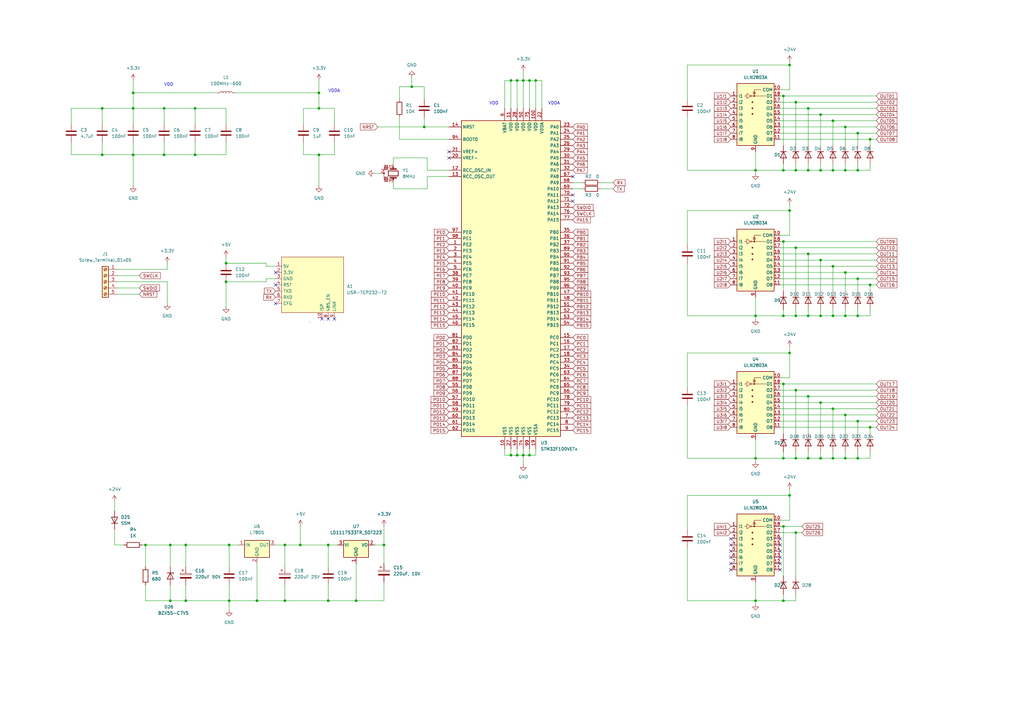
<source format=kicad_sch>
(kicad_sch (version 20211123) (generator eeschema)
  (paper "A3")
  (title_block (title "Принципова схема контролера") (rev "001") (company "Inter-Lis"))
  (junction (at 123.19 223.52))
  (junction (at 67.31 63.5))
  (junction (at 351.79 172.72))
  (junction (at 346.71 129.54))
  (junction (at 309.88 129.54))
  (junction (at 321.31 69.85))
  (junction (at 341.63 49.53))
  (junction (at 54.61 44.45))
  (junction (at 346.71 111.76))
  (junction (at 351.79 129.54))
  (junction (at 92.71 115.57))
  (junction (at 309.88 69.85))
  (junction (at 321.31 157.48))
  (junction (at 331.47 129.54))
  (junction (at 336.55 165.1))
  (junction (at 214.63 186.69))
  (junction (at 59.69 223.52))
  (junction (at 356.87 175.26))
  (junction (at 323.85 86.36))
  (junction (at 351.79 187.96))
  (junction (at 351.79 114.3))
  (junction (at 356.87 57.15))
  (junction (at 326.39 41.91))
  (junction (at 351.79 69.85))
  (junction (at 76.2 223.52))
  (junction (at 351.79 54.61))
  (junction (at 69.85 246.38))
  (junction (at 212.09 33.02))
  (junction (at 134.62 246.38))
  (junction (at 321.31 39.37))
  (junction (at 168.91 35.56))
  (junction (at 336.55 46.99))
  (junction (at 321.31 99.06))
  (junction (at 346.71 52.07))
  (junction (at 336.55 106.68))
  (junction (at 54.61 38.1))
  (junction (at 346.71 187.96))
  (junction (at 209.55 186.69))
  (junction (at 336.55 69.85))
  (junction (at 130.81 44.45))
  (junction (at 214.63 33.02))
  (junction (at 356.87 116.84))
  (junction (at 157.48 223.52))
  (junction (at 130.81 38.1))
  (junction (at 116.84 223.52))
  (junction (at 309.88 246.38))
  (junction (at 80.01 44.45))
  (junction (at 69.85 223.52))
  (junction (at 173.99 52.07))
  (junction (at 116.84 246.38))
  (junction (at 326.39 187.96))
  (junction (at 323.85 203.2))
  (junction (at 331.47 162.56))
  (junction (at 336.55 187.96))
  (junction (at 341.63 109.22))
  (junction (at 217.17 33.02))
  (junction (at 341.63 69.85))
  (junction (at 341.63 187.96))
  (junction (at 331.47 69.85))
  (junction (at 326.39 218.44))
  (junction (at 326.39 69.85))
  (junction (at 336.55 129.54))
  (junction (at 93.98 246.38))
  (junction (at 321.31 187.96))
  (junction (at 323.85 144.78))
  (junction (at 105.41 246.38))
  (junction (at 346.71 170.18))
  (junction (at 134.62 223.52))
  (junction (at 341.63 167.64))
  (junction (at 331.47 187.96))
  (junction (at 321.31 215.9))
  (junction (at 93.98 223.52))
  (junction (at 323.85 26.67))
  (junction (at 219.71 33.02))
  (junction (at 67.31 44.45))
  (junction (at 76.2 246.38))
  (junction (at 212.09 186.69))
  (junction (at 54.61 63.5))
  (junction (at 346.71 69.85))
  (junction (at 326.39 101.6))
  (junction (at 209.55 33.02))
  (junction (at 41.91 44.45))
  (junction (at 130.81 63.5))
  (junction (at 92.71 107.95))
  (junction (at 80.01 63.5))
  (junction (at 331.47 44.45))
  (junction (at 146.05 246.38))
  (junction (at 341.63 129.54))
  (junction (at 326.39 129.54))
  (junction (at 321.31 129.54))
  (junction (at 326.39 160.02))
  (junction (at 321.31 246.38))
  (junction (at 217.17 186.69))
  (junction (at 309.88 187.96))
  (junction (at 41.91 63.5))
  (junction (at 331.47 104.14))
  (no_connect (at 113.03 124.46))
  (no_connect (at 299.72 228.6))
  (no_connect (at 320.04 231.14))
  (no_connect (at 320.04 223.52))
  (no_connect (at 132.08 130.81))
  (no_connect (at 299.72 231.14))
  (no_connect (at 320.04 226.06))
  (no_connect (at 299.72 220.98))
  (no_connect (at 299.72 226.06))
  (no_connect (at 234.95 82.55))
  (no_connect (at 134.62 130.81))
  (no_connect (at 234.95 80.01))
  (no_connect (at 234.95 72.39))
  (no_connect (at 113.03 111.76))
  (no_connect (at 320.04 233.68))
  (no_connect (at 299.72 223.52))
  (no_connect (at 184.15 64.77))
  (no_connect (at 320.04 220.98))
  (no_connect (at 320.04 228.6))
  (no_connect (at 113.03 116.84))
  (no_connect (at 137.16 130.81))
  (no_connect (at 184.15 62.23))
  (no_connect (at 299.72 233.68))
  (wire (pts (xy 92.71 115.57) (xy 92.71 125.73)))
  (wire (pts (xy 323.85 96.52) (xy 323.85 86.36)))
  (wire (pts (xy 356.87 116.84) (xy 356.87 119.38)))
  (wire (pts (xy 48.26 120.65) (xy 57.15 120.65)))
  (wire (pts (xy 222.25 33.02) (xy 222.25 44.45)))
  (wire (pts (xy 123.19 215.9) (xy 123.19 223.52)))
  (wire (pts (xy 281.94 100.33) (xy 281.94 86.36)))
  (wire (pts (xy 217.17 33.02) (xy 219.71 33.02)))
  (wire (pts (xy 341.63 109.22) (xy 320.04 109.22)))
  (wire (pts (xy 54.61 58.42) (xy 54.61 63.5)))
  (wire (pts (xy 54.61 76.2) (xy 54.61 63.5)))
  (wire (pts (xy 92.71 107.95) (xy 109.22 107.95)))
  (wire (pts (xy 359.41 111.76) (xy 346.71 111.76)))
  (wire (pts (xy 124.46 63.5) (xy 130.81 63.5)))
  (wire (pts (xy 331.47 69.85) (xy 331.47 67.31)))
  (wire (pts (xy 157.48 215.9) (xy 157.48 223.52)))
  (wire (pts (xy 346.71 111.76) (xy 346.71 119.38)))
  (wire (pts (xy 29.21 44.45) (xy 41.91 44.45)))
  (wire (pts (xy 281.94 187.96) (xy 281.94 166.37)))
  (wire (pts (xy 214.63 184.15) (xy 214.63 186.69)))
  (wire (pts (xy 207.01 186.69) (xy 209.55 186.69)))
  (wire (pts (xy 359.41 170.18) (xy 346.71 170.18)))
  (wire (pts (xy 207.01 33.02) (xy 209.55 33.02)))
  (wire (pts (xy 356.87 69.85) (xy 351.79 69.85)))
  (wire (pts (xy 331.47 44.45) (xy 320.04 44.45)))
  (wire (pts (xy 238.76 77.47) (xy 234.95 77.47)))
  (wire (pts (xy 157.48 246.38) (xy 146.05 246.38)))
  (wire (pts (xy 212.09 33.02) (xy 212.09 44.45)))
  (wire (pts (xy 67.31 44.45) (xy 80.01 44.45)))
  (wire (pts (xy 321.31 99.06) (xy 321.31 119.38)))
  (wire (pts (xy 309.88 69.85) (xy 321.31 69.85)))
  (wire (pts (xy 163.83 57.15) (xy 163.83 48.26)))
  (wire (pts (xy 356.87 127) (xy 356.87 129.54)))
  (wire (pts (xy 207.01 33.02) (xy 207.01 44.45)))
  (wire (pts (xy 331.47 44.45) (xy 359.41 44.45)))
  (wire (pts (xy 320.04 154.94) (xy 323.85 154.94)))
  (wire (pts (xy 326.39 187.96) (xy 321.31 187.96)))
  (wire (pts (xy 331.47 185.42) (xy 331.47 187.96)))
  (wire (pts (xy 321.31 67.31) (xy 321.31 69.85)))
  (wire (pts (xy 29.21 63.5) (xy 41.91 63.5)))
  (wire (pts (xy 341.63 49.53) (xy 341.63 59.69)))
  (wire (pts (xy 281.94 144.78) (xy 323.85 144.78)))
  (wire (pts (xy 48.26 115.57) (xy 68.58 115.57)))
  (wire (pts (xy 281.94 203.2) (xy 323.85 203.2)))
  (wire (pts (xy 67.31 63.5) (xy 80.01 63.5)))
  (wire (pts (xy 80.01 44.45) (xy 80.01 50.8)))
  (wire (pts (xy 309.88 187.96) (xy 309.88 189.23)))
  (wire (pts (xy 48.26 113.03) (xy 57.15 113.03)))
  (wire (pts (xy 175.26 72.39) (xy 184.15 72.39)))
  (wire (pts (xy 321.31 39.37) (xy 320.04 39.37)))
  (wire (pts (xy 326.39 160.02) (xy 326.39 177.8)))
  (wire (pts (xy 41.91 44.45) (xy 54.61 44.45)))
  (wire (pts (xy 168.91 35.56) (xy 173.99 35.56)))
  (wire (pts (xy 116.84 246.38) (xy 105.41 246.38)))
  (wire (pts (xy 320.04 52.07) (xy 346.71 52.07)))
  (wire (pts (xy 109.22 107.95) (xy 109.22 109.22)))
  (wire (pts (xy 281.94 86.36) (xy 323.85 86.36)))
  (wire (pts (xy 68.58 110.49) (xy 68.58 107.95)))
  (wire (pts (xy 309.88 180.34) (xy 309.88 187.96)))
  (wire (pts (xy 328.93 215.9) (xy 321.31 215.9)))
  (wire (pts (xy 359.41 165.1) (xy 336.55 165.1)))
  (wire (pts (xy 41.91 63.5) (xy 54.61 63.5)))
  (wire (pts (xy 184.15 69.85) (xy 175.26 69.85)))
  (wire (pts (xy 351.79 172.72) (xy 351.79 177.8)))
  (wire (pts (xy 76.2 240.03) (xy 76.2 246.38)))
  (wire (pts (xy 163.83 40.64) (xy 163.83 35.56)))
  (wire (pts (xy 331.47 44.45) (xy 331.47 59.69)))
  (wire (pts (xy 336.55 165.1) (xy 320.04 165.1)))
  (wire (pts (xy 309.88 129.54) (xy 321.31 129.54)))
  (wire (pts (xy 309.88 62.23) (xy 309.88 69.85)))
  (wire (pts (xy 320.04 36.83) (xy 323.85 36.83)))
  (wire (pts (xy 359.41 99.06) (xy 321.31 99.06)))
  (wire (pts (xy 356.87 175.26) (xy 356.87 177.8)))
  (wire (pts (xy 209.55 186.69) (xy 212.09 186.69)))
  (wire (pts (xy 251.46 77.47) (xy 246.38 77.47)))
  (wire (pts (xy 146.05 231.14) (xy 146.05 246.38)))
  (wire (pts (xy 175.26 64.77) (xy 161.29 64.77)))
  (wire (pts (xy 336.55 185.42) (xy 336.55 187.96)))
  (wire (pts (xy 341.63 67.31) (xy 341.63 69.85)))
  (wire (pts (xy 323.85 144.78) (xy 323.85 142.24)))
  (wire (pts (xy 134.62 223.52) (xy 138.43 223.52)))
  (wire (pts (xy 356.87 187.96) (xy 351.79 187.96)))
  (wire (pts (xy 331.47 104.14) (xy 331.47 119.38)))
  (wire (pts (xy 323.85 203.2) (xy 323.85 200.66)))
  (wire (pts (xy 326.39 67.31) (xy 326.39 69.85)))
  (wire (pts (xy 76.2 223.52) (xy 93.98 223.52)))
  (wire (pts (xy 328.93 218.44) (xy 326.39 218.44)))
  (wire (pts (xy 359.41 162.56) (xy 331.47 162.56)))
  (wire (pts (xy 359.41 104.14) (xy 331.47 104.14)))
  (wire (pts (xy 331.47 187.96) (xy 326.39 187.96)))
  (wire (pts (xy 130.81 38.1) (xy 130.81 44.45)))
  (wire (pts (xy 359.41 157.48) (xy 321.31 157.48)))
  (wire (pts (xy 58.42 223.52) (xy 59.69 223.52)))
  (wire (pts (xy 69.85 240.03) (xy 69.85 246.38)))
  (wire (pts (xy 146.05 246.38) (xy 134.62 246.38)))
  (wire (pts (xy 137.16 63.5) (xy 137.16 58.42)))
  (wire (pts (xy 321.31 157.48) (xy 320.04 157.48)))
  (wire (pts (xy 105.41 246.38) (xy 93.98 246.38)))
  (wire (pts (xy 130.81 44.45) (xy 137.16 44.45)))
  (wire (pts (xy 321.31 39.37) (xy 359.41 39.37)))
  (wire (pts (xy 309.88 187.96) (xy 321.31 187.96)))
  (wire (pts (xy 93.98 246.38) (xy 76.2 246.38)))
  (wire (pts (xy 281.94 26.67) (xy 323.85 26.67)))
  (wire (pts (xy 359.41 167.64) (xy 341.63 167.64)))
  (wire (pts (xy 326.39 218.44) (xy 326.39 236.22)))
  (wire (pts (xy 69.85 223.52) (xy 69.85 232.41)))
  (wire (pts (xy 153.67 71.12) (xy 156.21 71.12)))
  (wire (pts (xy 173.99 35.56) (xy 173.99 40.64)))
  (wire (pts (xy 309.88 69.85) (xy 309.88 71.12)))
  (wire (pts (xy 59.69 246.38) (xy 59.69 240.03)))
  (wire (pts (xy 238.76 74.93) (xy 234.95 74.93)))
  (wire (pts (xy 336.55 46.99) (xy 359.41 46.99)))
  (wire (pts (xy 341.63 109.22) (xy 341.63 119.38)))
  (wire (pts (xy 346.71 67.31) (xy 346.71 69.85)))
  (wire (pts (xy 281.94 69.85) (xy 281.94 48.26)))
  (wire (pts (xy 326.39 218.44) (xy 320.04 218.44)))
  (wire (pts (xy 80.01 63.5) (xy 80.01 58.42)))
  (wire (pts (xy 321.31 99.06) (xy 320.04 99.06)))
  (wire (pts (xy 336.55 106.68) (xy 336.55 119.38)))
  (wire (pts (xy 67.31 44.45) (xy 67.31 50.8)))
  (wire (pts (xy 341.63 167.64) (xy 341.63 177.8)))
  (wire (pts (xy 184.15 52.07) (xy 173.99 52.07)))
  (wire (pts (xy 346.71 129.54) (xy 341.63 129.54)))
  (wire (pts (xy 336.55 46.99) (xy 336.55 59.69)))
  (wire (pts (xy 109.22 109.22) (xy 113.03 109.22)))
  (wire (pts (xy 212.09 184.15) (xy 212.09 186.69)))
  (wire (pts (xy 173.99 52.07) (xy 173.99 48.26)))
  (wire (pts (xy 359.41 172.72) (xy 351.79 172.72)))
  (wire (pts (xy 54.61 38.1) (xy 88.9 38.1)))
  (wire (pts (xy 281.94 246.38) (xy 281.94 224.79)))
  (wire (pts (xy 331.47 162.56) (xy 331.47 177.8)))
  (wire (pts (xy 326.39 101.6) (xy 320.04 101.6)))
  (wire (pts (xy 346.71 185.42) (xy 346.71 187.96)))
  (wire (pts (xy 336.55 165.1) (xy 336.55 177.8)))
  (wire (pts (xy 326.39 41.91) (xy 326.39 59.69)))
  (wire (pts (xy 346.71 170.18) (xy 320.04 170.18)))
  (wire (pts (xy 59.69 223.52) (xy 59.69 232.41)))
  (wire (pts (xy 321.31 39.37) (xy 321.31 59.69)))
  (wire (pts (xy 326.39 69.85) (xy 321.31 69.85)))
  (wire (pts (xy 336.55 46.99) (xy 320.04 46.99)))
  (wire (pts (xy 309.88 129.54) (xy 281.94 129.54)))
  (wire (pts (xy 67.31 58.42) (xy 67.31 63.5)))
  (wire (pts (xy 93.98 223.52) (xy 93.98 232.41)))
  (wire (pts (xy 54.61 38.1) (xy 54.61 44.45)))
  (wire (pts (xy 209.55 33.02) (xy 209.55 44.45)))
  (wire (pts (xy 359.41 116.84) (xy 356.87 116.84)))
  (wire (pts (xy 341.63 185.42) (xy 341.63 187.96)))
  (wire (pts (xy 336.55 69.85) (xy 331.47 69.85)))
  (wire (pts (xy 346.71 69.85) (xy 341.63 69.85)))
  (wire (pts (xy 326.39 243.84) (xy 326.39 246.38)))
  (wire (pts (xy 116.84 223.52) (xy 116.84 232.41)))
  (wire (pts (xy 351.79 67.31) (xy 351.79 69.85)))
  (wire (pts (xy 346.71 111.76) (xy 320.04 111.76)))
  (wire (pts (xy 48.26 118.11) (xy 57.15 118.11)))
  (wire (pts (xy 326.39 129.54) (xy 321.31 129.54)))
  (wire (pts (xy 336.55 187.96) (xy 331.47 187.96)))
  (wire (pts (xy 351.79 114.3) (xy 320.04 114.3)))
  (wire (pts (xy 68.58 115.57) (xy 68.58 124.46)))
  (wire (pts (xy 281.94 107.95) (xy 281.94 129.54)))
  (wire (pts (xy 346.71 52.07) (xy 346.71 59.69)))
  (wire (pts (xy 46.99 205.74) (xy 46.99 209.55)))
  (wire (pts (xy 341.63 187.96) (xy 336.55 187.96)))
  (wire (pts (xy 323.85 86.36) (xy 323.85 83.82)))
  (wire (pts (xy 212.09 186.69) (xy 214.63 186.69)))
  (wire (pts (xy 331.47 127) (xy 331.47 129.54)))
  (wire (pts (xy 336.55 129.54) (xy 331.47 129.54)))
  (wire (pts (xy 92.71 105.41) (xy 92.71 107.95)))
  (wire (pts (xy 219.71 186.69) (xy 219.71 184.15)))
  (wire (pts (xy 309.88 129.54) (xy 309.88 130.81)))
  (wire (pts (xy 359.41 109.22) (xy 341.63 109.22)))
  (wire (pts (xy 346.71 170.18) (xy 346.71 177.8)))
  (wire (pts (xy 351.79 114.3) (xy 351.79 119.38)))
  (wire (pts (xy 41.91 58.42) (xy 41.91 63.5)))
  (wire (pts (xy 116.84 240.03) (xy 116.84 246.38)))
  (wire (pts (xy 281.94 217.17) (xy 281.94 203.2)))
  (wire (pts (xy 309.88 246.38) (xy 309.88 247.65)))
  (wire (pts (xy 109.22 115.57) (xy 92.71 115.57)))
  (wire (pts (xy 321.31 185.42) (xy 321.31 187.96)))
  (wire (pts (xy 175.26 77.47) (xy 175.26 72.39)))
  (wire (pts (xy 54.61 63.5) (xy 67.31 63.5)))
  (wire (pts (xy 130.81 63.5) (xy 137.16 63.5)))
  (wire (pts (xy 161.29 77.47) (xy 175.26 77.47)))
  (wire (pts (xy 351.79 187.96) (xy 346.71 187.96)))
  (wire (pts (xy 346.71 127) (xy 346.71 129.54)))
  (wire (pts (xy 331.47 162.56) (xy 320.04 162.56)))
  (wire (pts (xy 161.29 64.77) (xy 161.29 67.31)))
  (wire (pts (xy 281.94 158.75) (xy 281.94 144.78)))
  (wire (pts (xy 105.41 231.14) (xy 105.41 246.38)))
  (wire (pts (xy 341.63 127) (xy 341.63 129.54)))
  (wire (pts (xy 346.71 52.07) (xy 359.41 52.07)))
  (wire (pts (xy 356.87 57.15) (xy 359.41 57.15)))
  (wire (pts (xy 359.41 106.68) (xy 336.55 106.68)))
  (wire (pts (xy 207.01 184.15) (xy 207.01 186.69)))
  (wire (pts (xy 113.03 114.3) (xy 109.22 114.3)))
  (wire (pts (xy 48.26 110.49) (xy 68.58 110.49)))
  (wire (pts (xy 130.81 63.5) (xy 130.81 76.2)))
  (wire (pts (xy 46.99 217.17) (xy 46.99 223.52)))
  (wire (pts (xy 76.2 246.38) (xy 69.85 246.38)))
  (wire (pts (xy 219.71 33.02) (xy 219.71 44.45)))
  (wire (pts (xy 351.79 54.61) (xy 351.79 59.69)))
  (wire (pts (xy 321.31 215.9) (xy 320.04 215.9)))
  (wire (pts (xy 326.39 185.42) (xy 326.39 187.96)))
  (wire (pts (xy 359.41 114.3) (xy 351.79 114.3)))
  (wire (pts (xy 124.46 58.42) (xy 124.46 63.5)))
  (wire (pts (xy 309.88 238.76) (xy 309.88 246.38)))
  (wire (pts (xy 209.55 184.15) (xy 209.55 186.69)))
  (wire (pts (xy 321.31 127) (xy 321.31 129.54)))
  (wire (pts (xy 351.79 172.72) (xy 320.04 172.72)))
  (wire (pts (xy 124.46 44.45) (xy 130.81 44.45)))
  (wire (pts (xy 326.39 246.38) (xy 321.31 246.38)))
  (wire (pts (xy 320.04 96.52) (xy 323.85 96.52)))
  (wire (pts (xy 326.39 69.85) (xy 331.47 69.85)))
  (wire (pts (xy 46.99 223.52) (xy 50.8 223.52)))
  (wire (pts (xy 93.98 246.38) (xy 93.98 250.19)))
  (wire (pts (xy 359.41 101.6) (xy 326.39 101.6)))
  (wire (pts (xy 341.63 49.53) (xy 359.41 49.53)))
  (wire (pts (xy 341.63 167.64) (xy 320.04 167.64)))
  (wire (pts (xy 336.55 106.68) (xy 320.04 106.68)))
  (wire (pts (xy 326.39 41.91) (xy 359.41 41.91)))
  (wire (pts (xy 217.17 186.69) (xy 219.71 186.69)))
  (wire (pts (xy 184.15 57.15) (xy 163.83 57.15)))
  (wire (pts (xy 134.62 240.03) (xy 134.62 246.38)))
  (wire (pts (xy 356.87 67.31) (xy 356.87 69.85)))
  (wire (pts (xy 331.47 129.54) (xy 326.39 129.54)))
  (wire (pts (xy 356.87 57.15) (xy 356.87 59.69)))
  (wire (pts (xy 175.26 69.85) (xy 175.26 64.77)))
  (wire (pts (xy 321.31 246.38) (xy 321.31 243.84)))
  (wire (pts (xy 326.39 41.91) (xy 320.04 41.91)))
  (wire (pts (xy 76.2 223.52) (xy 76.2 232.41)))
  (wire (pts (xy 326.39 127) (xy 326.39 129.54)))
  (wire (pts (xy 137.16 44.45) (xy 137.16 50.8)))
  (wire (pts (xy 309.88 246.38) (xy 281.94 246.38)))
  (wire (pts (xy 214.63 186.69) (xy 214.63 190.5)))
  (wire (pts (xy 154.94 52.07) (xy 173.99 52.07)))
  (wire (pts (xy 320.04 213.36) (xy 323.85 213.36)))
  (wire (pts (xy 351.79 54.61) (xy 359.41 54.61)))
  (wire (pts (xy 157.48 238.76) (xy 157.48 246.38)))
  (wire (pts (xy 351.79 185.42) (xy 351.79 187.96)))
  (wire (pts (xy 161.29 74.93) (xy 161.29 77.47)))
  (wire (pts (xy 134.62 223.52) (xy 134.62 232.41)))
  (wire (pts (xy 320.04 49.53) (xy 341.63 49.53)))
  (wire (pts (xy 96.52 38.1) (xy 130.81 38.1)))
  (wire (pts (xy 29.21 58.42) (xy 29.21 63.5)))
  (wire (pts (xy 29.21 50.8) (xy 29.21 44.45)))
  (wire (pts (xy 356.87 129.54) (xy 351.79 129.54)))
  (wire (pts (xy 323.85 36.83) (xy 323.85 26.67)))
  (wire (pts (xy 356.87 116.84) (xy 320.04 116.84)))
  (wire (pts (xy 351.79 127) (xy 351.79 129.54)))
  (wire (pts (xy 93.98 240.03) (xy 93.98 246.38)))
  (wire (pts (xy 92.71 58.42) (xy 92.71 63.5)))
  (wire (pts (xy 92.71 50.8) (xy 92.71 44.45)))
  (wire (pts (xy 92.71 63.5) (xy 80.01 63.5)))
  (wire (pts (xy 116.84 223.52) (xy 123.19 223.52)))
  (wire (pts (xy 309.88 69.85) (xy 281.94 69.85)))
  (wire (pts (xy 113.03 223.52) (xy 116.84 223.52)))
  (wire (pts (xy 168.91 31.75) (xy 168.91 35.56)))
  (wire (pts (xy 336.55 127) (xy 336.55 129.54)))
  (wire (pts (xy 214.63 186.69) (xy 217.17 186.69)))
  (wire (pts (xy 356.87 185.42) (xy 356.87 187.96)))
  (wire (pts (xy 54.61 44.45) (xy 54.61 50.8)))
  (wire (pts (xy 320.04 57.15) (xy 356.87 57.15)))
  (wire (pts (xy 163.83 35.56) (xy 168.91 35.56)))
  (wire (pts (xy 281.94 40.64) (xy 281.94 26.67)))
  (wire (pts (xy 157.48 223.52) (xy 157.48 231.14)))
  (wire (pts (xy 134.62 246.38) (xy 116.84 246.38)))
  (wire (pts (xy 109.22 114.3) (xy 109.22 115.57)))
  (wire (pts (xy 351.79 129.54) (xy 346.71 129.54)))
  (wire (pts (xy 54.61 44.45) (xy 67.31 44.45)))
  (wire (pts (xy 209.55 33.02) (xy 212.09 33.02)))
  (wire (pts (xy 346.71 187.96) (xy 341.63 187.96)))
  (wire (pts (xy 323.85 154.94) (xy 323.85 144.78)))
  (wire (pts (xy 326.39 160.02) (xy 320.04 160.02)))
  (wire (pts (xy 321.31 215.9) (xy 321.31 236.22)))
  (wire (pts (xy 356.87 175.26) (xy 320.04 175.26)))
  (wire (pts (xy 130.81 33.02) (xy 130.81 38.1)))
  (wire (pts (xy 214.63 29.21) (xy 214.63 33.02)))
  (wire (pts (xy 359.41 160.02) (xy 326.39 160.02)))
  (wire (pts (xy 323.85 213.36) (xy 323.85 203.2)))
  (wire (pts (xy 217.17 33.02) (xy 217.17 44.45)))
  (wire (pts (xy 336.55 67.31) (xy 336.55 69.85)))
  (wire (pts (xy 212.09 33.02) (xy 214.63 33.02)))
  (wire (pts (xy 320.04 54.61) (xy 351.79 54.61)))
  (wire (pts (xy 123.19 223.52) (xy 134.62 223.52)))
  (wire (pts (xy 59.69 223.52) (xy 69.85 223.52)))
  (wire (pts (xy 309.88 246.38) (xy 321.31 246.38)))
  (wire (pts (xy 217.17 184.15) (xy 217.17 186.69)))
  (wire (pts (xy 351.79 69.85) (xy 346.71 69.85)))
  (wire (pts (xy 214.63 33.02) (xy 217.17 33.02)))
  (wire (pts (xy 309.88 121.92) (xy 309.88 129.54)))
  (wire (pts (xy 69.85 223.52) (xy 76.2 223.52)))
  (wire (pts (xy 54.61 33.02) (xy 54.61 38.1)))
  (wire (pts (xy 359.41 175.26) (xy 356.87 175.26)))
  (wire (pts (xy 214.63 33.02) (xy 214.63 44.45)))
  (wire (pts (xy 69.85 246.38) (xy 59.69 246.38)))
  (wire (pts (xy 41.91 44.45) (xy 41.91 50.8)))
  (wire (pts (xy 321.31 157.48) (xy 321.31 177.8)))
  (wire (pts (xy 222.25 33.02) (xy 219.71 33.02)))
  (wire (pts (xy 309.88 187.96) (xy 281.94 187.96)))
  (wire (pts (xy 331.47 104.14) (xy 320.04 104.14)))
  (wire (pts (xy 93.98 223.52) (xy 97.79 223.52)))
  (wire (pts (xy 326.39 101.6) (xy 326.39 119.38)))
  (wire (pts (xy 251.46 74.93) (xy 246.38 74.93)))
  (wire (pts (xy 124.46 50.8) (xy 124.46 44.45)))
  (wire (pts (xy 153.67 223.52) (xy 157.48 223.52)))
  (wire (pts (xy 92.71 44.45) (xy 80.01 44.45)))
  (wire (pts (xy 341.63 69.85) (xy 336.55 69.85)))
  (wire (pts (xy 341.63 129.54) (xy 336.55 129.54)))
  (wire (pts (xy 323.85 25.4) (xy 323.85 26.67)))
  (text "VDD" (at 200.66 43.18 0) (effects (font (size 1.27 1.27)) (justify left bottom)))
  (text "VDDA" (at 134.62 38.1 0) (effects (font (size 1.27 1.27)) (justify left bottom)))
  (text "VDD" (at 67.31 35.56 0) (effects (font (size 1.27 1.27)) (justify left bottom)))
  (text "VDDA" (at 224.79 43.18 0) (effects (font (size 1.27 1.27)) (justify left bottom)))
  (global_label "U2I8" (shape input) (at 299.72 116.84 180) (property "Intersheet References" "${INTERSHEET_REFS}" (effects hide)))
  (global_label "PB13" (shape input) (at 234.95 128.27 0) (property "Intersheet References" "${INTERSHEET_REFS}" (effects hide)))
  (global_label "RX" (shape input) (at 251.46 74.93 0) (property "Intersheet References" "${INTERSHEET_REFS}" (effects hide)))
  (global_label "PB8" (shape input) (at 234.95 115.57 0) (property "Intersheet References" "${INTERSHEET_REFS}" (effects hide)))
  (global_label "PB0" (shape input) (at 234.95 95.25 0) (property "Intersheet References" "${INTERSHEET_REFS}" (effects hide)))
  (global_label "U1I2" (shape input) (at 299.72 41.91 180) (property "Intersheet References" "${INTERSHEET_REFS}" (effects hide)))
  (global_label "PE13" (shape input) (at 184.15 128.27 180) (property "Intersheet References" "${INTERSHEET_REFS}" (effects hide)))
  (global_label "PA15" (shape input) (at 234.95 90.17 0) (property "Intersheet References" "${INTERSHEET_REFS}" (effects hide)))
  (global_label "NRST" (shape input) (at 154.94 52.07 180) (property "Intersheet References" "${INTERSHEET_REFS}" (effects hide)))
  (global_label "OUT17" (shape input) (at 359.41 157.48 0) (property "Intersheet References" "${INTERSHEET_REFS}" (effects hide)))
  (global_label "PC12" (shape input) (at 234.95 168.91 0) (property "Intersheet References" "${INTERSHEET_REFS}" (effects hide)))
  (global_label "PD13" (shape input) (at 184.15 171.45 180) (property "Intersheet References" "${INTERSHEET_REFS}" (effects hide)))
  (global_label "SWDIO" (shape input) (at 234.95 85.09 0) (property "Intersheet References" "${INTERSHEET_REFS}" (effects hide)))
  (global_label "PE9" (shape input) (at 184.15 118.11 180) (property "Intersheet References" "${INTERSHEET_REFS}" (effects hide)))
  (global_label "PB10" (shape input) (at 234.95 120.65 0) (property "Intersheet References" "${INTERSHEET_REFS}" (effects hide)))
  (global_label "PC4" (shape input) (at 234.95 148.59 0) (property "Intersheet References" "${INTERSHEET_REFS}" (effects hide)))
  (global_label "OUT18" (shape input) (at 359.41 160.02 0) (property "Intersheet References" "${INTERSHEET_REFS}" (effects hide)))
  (global_label "PE5" (shape input) (at 184.15 107.95 180) (property "Intersheet References" "${INTERSHEET_REFS}" (effects hide)))
  (global_label "SWCLK" (shape input) (at 234.95 87.63 0) (property "Intersheet References" "${INTERSHEET_REFS}" (effects hide)))
  (global_label "PC0" (shape input) (at 234.95 138.43 0) (property "Intersheet References" "${INTERSHEET_REFS}" (effects hide)))
  (global_label "OUT20" (shape input) (at 359.41 165.1 0) (property "Intersheet References" "${INTERSHEET_REFS}" (effects hide)))
  (global_label "U1I7" (shape input) (at 299.72 54.61 180) (property "Intersheet References" "${INTERSHEET_REFS}" (effects hide)))
  (global_label "PB11" (shape input) (at 234.95 123.19 0) (property "Intersheet References" "${INTERSHEET_REFS}" (effects hide)))
  (global_label "PB3" (shape input) (at 234.95 102.87 0) (property "Intersheet References" "${INTERSHEET_REFS}" (effects hide)))
  (global_label "U3I3" (shape input) (at 299.72 162.56 180) (property "Intersheet References" "${INTERSHEET_REFS}" (effects hide)))
  (global_label "PD8" (shape input) (at 184.15 158.75 180) (property "Intersheet References" "${INTERSHEET_REFS}" (effects hide)))
  (global_label "TX" (shape input) (at 113.03 119.38 180) (property "Intersheet References" "${INTERSHEET_REFS}" (effects hide)))
  (global_label "PC13" (shape input) (at 234.95 171.45 0) (property "Intersheet References" "${INTERSHEET_REFS}" (effects hide)))
  (global_label "U2I7" (shape input) (at 299.72 114.3 180) (property "Intersheet References" "${INTERSHEET_REFS}" (effects hide)))
  (global_label "TX" (shape input) (at 251.46 77.47 0) (property "Intersheet References" "${INTERSHEET_REFS}" (effects hide)))
  (global_label "SWCLK" (shape input) (at 57.15 113.03 0) (property "Intersheet References" "${INTERSHEET_REFS}" (effects hide)))
  (global_label "PD6" (shape input) (at 184.15 153.67 180) (property "Intersheet References" "${INTERSHEET_REFS}" (effects hide)))
  (global_label "PC14" (shape input) (at 234.95 173.99 0) (property "Intersheet References" "${INTERSHEET_REFS}" (effects hide)))
  (global_label "OUT07" (shape input) (at 359.41 54.61 0) (property "Intersheet References" "${INTERSHEET_REFS}" (effects hide)))
  (global_label "OUT19" (shape input) (at 359.41 162.56 0) (property "Intersheet References" "${INTERSHEET_REFS}" (effects hide)))
  (global_label "U4I1" (shape input) (at 299.72 215.9 180) (property "Intersheet References" "${INTERSHEET_REFS}" (effects hide)))
  (global_label "OUT12" (shape input) (at 359.41 106.68 0) (property "Intersheet References" "${INTERSHEET_REFS}" (effects hide)))
  (global_label "U1I5" (shape input) (at 299.72 49.53 180) (property "Intersheet References" "${INTERSHEET_REFS}" (effects hide)))
  (global_label "U2I5" (shape input) (at 299.72 109.22 180) (property "Intersheet References" "${INTERSHEET_REFS}" (effects hide)))
  (global_label "PC11" (shape input) (at 234.95 166.37 0) (property "Intersheet References" "${INTERSHEET_REFS}" (effects hide)))
  (global_label "PD12" (shape input) (at 184.15 168.91 180) (property "Intersheet References" "${INTERSHEET_REFS}" (effects hide)))
  (global_label "PD11" (shape input) (at 184.15 166.37 180) (property "Intersheet References" "${INTERSHEET_REFS}" (effects hide)))
  (global_label "OUT04" (shape input) (at 359.41 46.99 0) (property "Intersheet References" "${INTERSHEET_REFS}" (effects hide)))
  (global_label "PD14" (shape input) (at 184.15 173.99 180) (property "Intersheet References" "${INTERSHEET_REFS}" (effects hide)))
  (global_label "PB4" (shape input) (at 234.95 105.41 0) (property "Intersheet References" "${INTERSHEET_REFS}" (effects hide)))
  (global_label "OUT03" (shape input) (at 359.41 44.45 0) (property "Intersheet References" "${INTERSHEET_REFS}" (effects hide)))
  (global_label "PD10" (shape input) (at 184.15 163.83 180) (property "Intersheet References" "${INTERSHEET_REFS}" (effects hide)))
  (global_label "OUT14" (shape input) (at 359.41 111.76 0) (property "Intersheet References" "${INTERSHEET_REFS}" (effects hide)))
  (global_label "U3I4" (shape input) (at 299.72 165.1 180) (property "Intersheet References" "${INTERSHEET_REFS}" (effects hide)))
  (global_label "PD0" (shape input) (at 184.15 138.43 180) (property "Intersheet References" "${INTERSHEET_REFS}" (effects hide)))
  (global_label "OUT11" (shape input) (at 359.41 104.14 0) (property "Intersheet References" "${INTERSHEET_REFS}" (effects hide)))
  (global_label "PB7" (shape input) (at 234.95 113.03 0) (property "Intersheet References" "${INTERSHEET_REFS}" (effects hide)))
  (global_label "PA4" (shape input) (at 234.95 62.23 0) (property "Intersheet References" "${INTERSHEET_REFS}" (effects hide)))
  (global_label "SWDIO" (shape input) (at 57.15 118.11 0) (property "Intersheet References" "${INTERSHEET_REFS}" (effects hide)))
  (global_label "NRST" (shape input) (at 57.15 120.65 0) (property "Intersheet References" "${INTERSHEET_REFS}" (effects hide)))
  (global_label "OUT05" (shape input) (at 359.41 49.53 0) (property "Intersheet References" "${INTERSHEET_REFS}" (effects hide)))
  (global_label "PB14" (shape input) (at 234.95 130.81 0) (property "Intersheet References" "${INTERSHEET_REFS}" (effects hide)))
  (global_label "PA0" (shape input) (at 234.95 52.07 0) (property "Intersheet References" "${INTERSHEET_REFS}" (effects hide)))
  (global_label "U3I1" (shape input) (at 299.72 157.48 180) (property "Intersheet References" "${INTERSHEET_REFS}" (effects hide)))
  (global_label "PB9" (shape input) (at 234.95 118.11 0) (property "Intersheet References" "${INTERSHEET_REFS}" (effects hide)))
  (global_label "OUT13" (shape input) (at 359.41 109.22 0) (property "Intersheet References" "${INTERSHEET_REFS}" (effects hide)))
  (global_label "U2I1" (shape input) (at 299.72 99.06 180) (property "Intersheet References" "${INTERSHEET_REFS}" (effects hide)))
  (global_label "U3I8" (shape input) (at 299.72 175.26 180) (property "Intersheet References" "${INTERSHEET_REFS}" (effects hide)))
  (global_label "PE3" (shape input) (at 184.15 102.87 180) (property "Intersheet References" "${INTERSHEET_REFS}" (effects hide)))
  (global_label "PD1" (shape input) (at 184.15 140.97 180) (property "Intersheet References" "${INTERSHEET_REFS}" (effects hide)))
  (global_label "OUT06" (shape input) (at 359.41 52.07 0) (property "Intersheet References" "${INTERSHEET_REFS}" (effects hide)))
  (global_label "PC6" (shape input) (at 234.95 153.67 0) (property "Intersheet References" "${INTERSHEET_REFS}" (effects hide)))
  (global_label "PB1" (shape input) (at 234.95 97.79 0) (property "Intersheet References" "${INTERSHEET_REFS}" (effects hide)))
  (global_label "U1I6" (shape input) (at 299.72 52.07 180) (property "Intersheet References" "${INTERSHEET_REFS}" (effects hide)))
  (global_label "PC15" (shape input) (at 234.95 176.53 0) (property "Intersheet References" "${INTERSHEET_REFS}" (effects hide)))
  (global_label "PD9" (shape input) (at 184.15 161.29 180) (property "Intersheet References" "${INTERSHEET_REFS}" (effects hide)))
  (global_label "PC1" (shape input) (at 234.95 140.97 0) (property "Intersheet References" "${INTERSHEET_REFS}" (effects hide)))
  (global_label "PE11" (shape input) (at 184.15 123.19 180) (property "Intersheet References" "${INTERSHEET_REFS}" (effects hide)))
  (global_label "PE2" (shape input) (at 184.15 100.33 180) (property "Intersheet References" "${INTERSHEET_REFS}" (effects hide)))
  (global_label "PD15" (shape input) (at 184.15 176.53 180) (property "Intersheet References" "${INTERSHEET_REFS}" (effects hide)))
  (global_label "OUT23" (shape input) (at 359.41 172.72 0) (property "Intersheet References" "${INTERSHEET_REFS}" (effects hide)))
  (global_label "OUT01" (shape input) (at 359.41 39.37 0) (property "Intersheet References" "${INTERSHEET_REFS}" (effects hide)))
  (global_label "U3I2" (shape input) (at 299.72 160.02 180) (property "Intersheet References" "${INTERSHEET_REFS}" (effects hide)))
  (global_label "PB12" (shape input) (at 234.95 125.73 0) (property "Intersheet References" "${INTERSHEET_REFS}" (effects hide)))
  (global_label "U1I1" (shape input) (at 299.72 39.37 180) (property "Intersheet References" "${INTERSHEET_REFS}" (effects hide)))
  (global_label "PB15" (shape input) (at 234.95 133.35 0) (property "Intersheet References" "${INTERSHEET_REFS}" (effects hide)))
  (global_label "U1I4" (shape input) (at 299.72 46.99 180) (property "Intersheet References" "${INTERSHEET_REFS}" (effects hide)))
  (global_label "PB5" (shape input) (at 234.95 107.95 0) (property "Intersheet References" "${INTERSHEET_REFS}" (effects hide)))
  (global_label "U3I5" (shape input) (at 299.72 167.64 180) (property "Intersheet References" "${INTERSHEET_REFS}" (effects hide)))
  (global_label "U1I3" (shape input) (at 299.72 44.45 180) (property "Intersheet References" "${INTERSHEET_REFS}" (effects hide)))
  (global_label "OUT24" (shape input) (at 359.41 175.26 0) (property "Intersheet References" "${INTERSHEET_REFS}" (effects hide)))
  (global_label "PD7" (shape input) (at 184.15 156.21 180) (property "Intersheet References" "${INTERSHEET_REFS}" (effects hide)))
  (global_label "RX" (shape input) (at 113.03 121.92 180) (property "Intersheet References" "${INTERSHEET_REFS}" (effects hide)))
  (global_label "U2I2" (shape input) (at 299.72 101.6 180) (property "Intersheet References" "${INTERSHEET_REFS}" (effects hide)))
  (global_label "OUT16" (shape input) (at 359.41 116.84 0) (property "Intersheet References" "${INTERSHEET_REFS}" (effects hide)))
  (global_label "PD3" (shape input) (at 184.15 146.05 180) (property "Intersheet References" "${INTERSHEET_REFS}" (effects hide)))
  (global_label "U2I6" (shape input) (at 299.72 111.76 180) (property "Intersheet References" "${INTERSHEET_REFS}" (effects hide)))
  (global_label "OUT02" (shape input) (at 359.41 41.91 0) (property "Intersheet References" "${INTERSHEET_REFS}" (effects hide)))
  (global_label "PE14" (shape input) (at 184.15 130.81 180) (property "Intersheet References" "${INTERSHEET_REFS}" (effects hide)))
  (global_label "PE8" (shape input) (at 184.15 115.57 180) (property "Intersheet References" "${INTERSHEET_REFS}" (effects hide)))
  (global_label "OUT26" (shape input) (at 328.93 218.44 0) (property "Intersheet References" "${INTERSHEET_REFS}" (effects hide)))
  (global_label "PA3" (shape input) (at 234.95 59.69 0) (property "Intersheet References" "${INTERSHEET_REFS}" (effects hide)))
  (global_label "PA6" (shape input) (at 234.95 67.31 0) (property "Intersheet References" "${INTERSHEET_REFS}" (effects hide)))
  (global_label "PE10" (shape input) (at 184.15 120.65 180) (property "Intersheet References" "${INTERSHEET_REFS}" (effects hide)))
  (global_label "U4I2" (shape input) (at 299.72 218.44 180) (property "Intersheet References" "${INTERSHEET_REFS}" (effects hide)))
  (global_label "OUT09" (shape input) (at 359.41 99.06 0) (property "Intersheet References" "${INTERSHEET_REFS}" (effects hide)))
  (global_label "OUT22" (shape input) (at 359.41 170.18 0) (property "Intersheet References" "${INTERSHEET_REFS}" (effects hide)))
  (global_label "PC2" (shape input) (at 234.95 143.51 0) (property "Intersheet References" "${INTERSHEET_REFS}" (effects hide)))
  (global_label "U3I6" (shape input) (at 299.72 170.18 180) (property "Intersheet References" "${INTERSHEET_REFS}" (effects hide)))
  (global_label "PA7" (shape input) (at 234.95 69.85 0) (property "Intersheet References" "${INTERSHEET_REFS}" (effects hide)))
  (global_label "PB2" (shape input) (at 234.95 100.33 0) (property "Intersheet References" "${INTERSHEET_REFS}" (effects hide)))
  (global_label "OUT25" (shape input) (at 328.93 215.9 0) (property "Intersheet References" "${INTERSHEET_REFS}" (effects hide)))
  (global_label "PE1" (shape input) (at 184.15 97.79 180) (property "Intersheet References" "${INTERSHEET_REFS}" (effects hide)))
  (global_label "PD5" (shape input) (at 184.15 151.13 180) (property "Intersheet References" "${INTERSHEET_REFS}" (effects hide)))
  (global_label "U2I3" (shape input) (at 299.72 104.14 180) (property "Intersheet References" "${INTERSHEET_REFS}" (effects hide)))
  (global_label "PC10" (shape input) (at 234.95 163.83 0) (property "Intersheet References" "${INTERSHEET_REFS}" (effects hide)))
  (global_label "PE6" (shape input) (at 184.15 110.49 180) (property "Intersheet References" "${INTERSHEET_REFS}" (effects hide)))
  (global_label "OUT10" (shape input) (at 359.41 101.6 0) (property "Intersheet References" "${INTERSHEET_REFS}" (effects hide)))
  (global_label "PD4" (shape input) (at 184.15 148.59 180) (property "Intersheet References" "${INTERSHEET_REFS}" (effects hide)))
  (global_label "PE15" (shape input) (at 184.15 133.35 180) (property "Intersheet References" "${INTERSHEET_REFS}" (effects hide)))
  (global_label "PE0" (shape input) (at 184.15 95.25 180) (property "Intersheet References" "${INTERSHEET_REFS}" (effects hide)))
  (global_label "OUT15" (shape input) (at 359.41 114.3 0) (property "Intersheet References" "${INTERSHEET_REFS}" (effects hide)))
  (global_label "PC5" (shape input) (at 234.95 151.13 0) (property "Intersheet References" "${INTERSHEET_REFS}" (effects hide)))
  (global_label "PE7" (shape input) (at 184.15 113.03 180) (property "Intersheet References" "${INTERSHEET_REFS}" (effects hide)))
  (global_label "OUT21" (shape input) (at 359.41 167.64 0) (property "Intersheet References" "${INTERSHEET_REFS}" (effects hide)))
  (global_label "PB6" (shape input) (at 234.95 110.49 0) (property "Intersheet References" "${INTERSHEET_REFS}" (effects hide)))
  (global_label "PA1" (shape input) (at 234.95 54.61 0) (property "Intersheet References" "${INTERSHEET_REFS}" (effects hide)))
  (global_label "PE12" (shape input) (at 184.15 125.73 180) (property "Intersheet References" "${INTERSHEET_REFS}" (effects hide)))
  (global_label "PA5" (shape input) (at 234.95 64.77 0) (property "Intersheet References" "${INTERSHEET_REFS}" (effects hide)))
  (global_label "PA2" (shape input) (at 234.95 57.15 0) (property "Intersheet References" "${INTERSHEET_REFS}" (effects hide)))
  (global_label "PC7" (shape input) (at 234.95 156.21 0) (property "Intersheet References" "${INTERSHEET_REFS}" (effects hide)))
  (global_label "PD2" (shape input) (at 184.15 143.51 180) (property "Intersheet References" "${INTERSHEET_REFS}" (effects hide)))
  (global_label "PC3" (shape input) (at 234.95 146.05 0) (property "Intersheet References" "${INTERSHEET_REFS}" (effects hide)))
  (global_label "U3I7" (shape input) (at 299.72 172.72 180) (property "Intersheet References" "${INTERSHEET_REFS}" (effects hide)))
  (global_label "U1I8" (shape input) (at 299.72 57.15 180) (property "Intersheet References" "${INTERSHEET_REFS}" (effects hide)))
  (global_label "PC9" (shape input) (at 234.95 161.29 0) (property "Intersheet References" "${INTERSHEET_REFS}" (effects hide)))
  (global_label "U2I4" (shape input) (at 299.72 106.68 180) (property "Intersheet References" "${INTERSHEET_REFS}" (effects hide)))
  (global_label "OUT08" (shape input) (at 359.41 57.15 0) (property "Intersheet References" "${INTERSHEET_REFS}" (effects hide)))
  (global_label "PC8" (shape input) (at 234.95 158.75 0) (property "Intersheet References" "${INTERSHEET_REFS}" (effects hide)))
  (global_label "PE4" (shape input) (at 184.15 105.41 180) (property "Intersheet References" "${INTERSHEET_REFS}" (effects hide)))
  (symbol (lib_id "Device:R") (at 54.61 223.52 90) (unit 1)
    (property "Reference" "R4" (at 54.61 217.17 90))
    (property "Value" "1K" (at 54.61 219.71 90))
    (property "Footprint" "Resistor_SMD:R_2512_6332Metric" (effects hide))
  )
  (symbol (lib_id "Diode:1N4007") (at 341.63 181.61 270) (unit 1)
    (property "Reference" "D21" (at 339.09 179.07 90) (effects (justify left)))
    (property "Value" "1N4007" (effects hide))
    (property "Footprint" "Diode_THT:D_DO-41_SOD81_P10.16mm_Horizontal" (effects hide))
    (property "Datasheet" "http://www.vishay.com/docs/88503/1n4001.pdf" (effects hide))
  )
  (symbol (lib_id "Diode:1N4007") (at 351.79 63.5 270) (unit 1)
    (property "Reference" "D7" (at 349.25 60.96 90) (effects (justify left)))
    (property "Value" "1N4007" (effects hide))
    (property "Footprint" "Diode_THT:D_DO-41_SOD81_P10.16mm_Horizontal" (effects hide))
    (property "Datasheet" "http://www.vishay.com/docs/88503/1n4001.pdf" (effects hide))
  )
  (symbol (lib_id "power:GND") (at 309.88 189.23 0) (unit 1)
    (property "Reference" "#PWR017" (effects hide))
    (property "Value" "GND" (at 309.88 194.31 0))
  )
  (symbol (lib_id "Device:C") (at 173.99 44.45 180) (unit 1)
    (property "Reference" "C1" (at 177.8 43.1799 0) (effects (justify right)))
    (property "Value" "100nF" (at 177.8 45.7199 0) (effects (justify right)))
    (property "Footprint" "Capacitor_SMD:C_0805_2012Metric" (effects hide))
  )
  (symbol (lib_id "Device:C") (at 54.61 54.61 0) (unit 1)
    (property "Reference" "C5" (at 58.42 53.3399 0) (effects (justify left)))
    (property "Value" "100nF" (at 58.42 55.8799 0) (effects (justify left)))
    (property "Footprint" "Capacitor_SMD:C_0805_2012Metric" (effects hide))
  )
  (symbol (lib_id "Device:C") (at 80.01 54.61 0) (unit 1)
    (property "Reference" "C7" (at 83.82 53.3399 0) (effects (justify left)))
    (property "Value" "100nF" (at 83.82 55.8799 0) (effects (justify left)))
    (property "Footprint" "Capacitor_SMD:C_0805_2012Metric" (effects hide))
  )
  (symbol (lib_id "Device:C") (at 134.62 236.22 0) (unit 1)
    (property "Reference" "C19" (at 138.43 234.9499 0) (effects (justify left)))
    (property "Value" "100nF" (at 138.43 237.4899 0) (effects (justify left)))
    (property "Footprint" "Capacitor_SMD:C_0805_2012Metric" (effects hide))
  )
  (symbol (lib_id "power:+3.3V") (at 54.61 33.02 0) (unit 1)
    (property "Reference" "#PWR04" (effects hide))
    (property "Value" "+3.3V" (at 54.61 27.94 0))
  )
  (symbol (lib_id "power:+24V") (at 46.99 205.74 0) (unit 1)
    (property "Reference" "#PWR020" (effects hide))
    (property "Value" "+24V" (at 46.99 200.66 0))
  )
  (symbol (lib_id "Diode:1N4007") (at 331.47 181.61 270) (unit 1)
    (property "Reference" "D19" (at 328.93 179.07 90) (effects (justify left)))
    (property "Value" "1N4007" (effects hide))
    (property "Footprint" "Diode_THT:D_DO-41_SOD81_P10.16mm_Horizontal" (effects hide))
    (property "Datasheet" "http://www.vishay.com/docs/88503/1n4001.pdf" (effects hide))
  )
  (symbol (lib_id "power:GND") (at 153.67 71.12 270) (unit 1)
    (property "Reference" "#PWR06" (effects hide))
    (property "Value" "GND" (at 149.86 71.1199 90) (effects (justify right)))
  )
  (symbol (lib_id "power:GND") (at 168.91 31.75 180) (unit 1)
    (property "Reference" "#PWR03" (effects hide))
    (property "Value" "GND" (at 168.91 26.67 0))
  )
  (symbol (lib_id "Device:Resonator") (at 161.29 71.12 270) (unit 1)
    (property "Reference" "Y1" (at 165.1 69.8499 90) (effects (justify left)))
    (property "Value" "8MHz" (at 165.1 72.3899 90) (effects (justify left)))
    (property "Footprint" "Crystal:Resonator_SMD_Murata_CSTxExxV-3Pin_3.0x1.1mm" (effects hide))
  )
  (symbol (lib_id "Device:C") (at 29.21 54.61 0) (unit 1)
    (property "Reference" "C3" (at 33.02 53.3399 0) (effects (justify left)))
    (property "Value" "4.7uF" (at 33.02 55.8799 0) (effects (justify left)))
    (property "Footprint" "Capacitor_SMD:C_0805_2012Metric" (effects hide))
  )
  (symbol (lib_id "MCU_ST_STM32F1:STM32F100VETx") (at 209.55 113.03 0) (unit 1)
    (property "Reference" "U3" (at 221.7294 181.61 0) (effects (justify left)))
    (property "Value" "STM32F100VETx" (at 221.7294 184.15 0) (effects (justify left)))
    (property "Footprint" "Package_QFP:LQFP-100_14x14mm_P0.5mm" (effects hide))
    (property "Datasheet" "http://www.st.com/st-web-ui/static/active/en/resource/technical/document/datasheet/CD00212417.pdf" (effects hide))
  )
  (symbol (lib_id "power:GND") (at 309.88 71.12 0) (unit 1)
    (property "Reference" "#PWR07" (effects hide))
    (property "Value" "GND" (at 309.88 76.2 0))
  )
  (symbol (lib_id "power:+3.3V") (at 214.63 29.21 0) (unit 1)
    (property "Reference" "#PWR02" (effects hide))
    (property "Value" "+3.3V" (at 214.63 24.13 0))
  )
  (symbol (lib_id "Diode:1N4007") (at 331.47 63.5 270) (unit 1)
    (property "Reference" "D3" (at 328.93 60.96 90) (effects (justify left)))
    (property "Value" "1N4007" (effects hide))
    (property "Footprint" "Diode_THT:D_DO-41_SOD81_P10.16mm_Horizontal" (effects hide))
    (property "Datasheet" "http://www.vishay.com/docs/88503/1n4001.pdf" (effects hide))
  )
  (symbol (lib_id "Transistor_Array:ULN2803A") (at 309.88 104.14 0) (unit 1)
    (property "Reference" "U2" (at 309.88 88.9 0))
    (property "Value" "ULN2803A" (at 309.88 91.44 0))
    (property "Footprint" "Package_SO:SOIC-18W_7.5x11.6mm_P1.27mm" (effects hide))
    (property "Datasheet" "http://www.ti.com/lit/ds/symlink/uln2803a.pdf" (effects hide))
  )
  (symbol (lib_id "power:+5V") (at 92.71 105.41 0) (unit 1)
    (property "Reference" "#PWR011" (effects hide))
    (property "Value" "+5V" (at 92.71 100.33 0))
  )
  (symbol (lib_id "power:GND") (at 92.71 125.73 0) (unit 1)
    (property "Reference" "#PWR014" (effects hide))
    (property "Value" "GND" (at 92.71 130.81 0))
  )
  (symbol (lib_id "power:+24V") (at 323.85 142.24 0) (unit 1)
    (property "Reference" "#PWR016" (effects hide))
    (property "Value" "+24V" (at 323.85 137.16 0))
  )
  (symbol (lib_id "Device:C") (at 281.94 220.98 0) (unit 1)
    (property "Reference" "C14" (at 285.75 219.7099 0) (effects (justify left)))
    (property "Value" "100nF" (at 285.75 222.2499 0) (effects (justify left)))
    (property "Footprint" "Capacitor_SMD:C_0805_2012Metric" (effects hide))
  )
  (symbol (lib_id "Connector:Screw_Terminal_01x05") (at 43.18 115.57 0) (mirror y) (unit 1)
    (property "Reference" "J1" (at 43.18 104.14 0))
    (property "Value" "Screw_Terminal_01x05" (at 43.18 106.68 0))
    (property "Footprint" "Connector_PinHeader_2.54mm:PinHeader_1x05_P2.54mm_Vertical" (effects hide))
  )
  (symbol (lib_id "power:+24V") (at 323.85 200.66 0) (unit 1)
    (property "Reference" "#PWR019" (effects hide))
    (property "Value" "+24V" (at 323.85 195.58 0))
  )
  (symbol (lib_id "Device:R") (at 242.57 74.93 90) (unit 1)
    (property "Reference" "R2" (at 241.3 72.39 90))
    (property "Value" "0" (at 245.11 72.39 90))
    (property "Footprint" "Resistor_SMD:R_0805_2012Metric" (effects hide))
  )
  (symbol (lib_id "Device:C") (at 93.98 236.22 0) (unit 1)
    (property "Reference" "C17" (at 97.79 234.9499 0) (effects (justify left)))
    (property "Value" "100nF" (at 97.79 237.4899 0) (effects (justify left)))
    (property "Footprint" "Capacitor_SMD:C_0805_2012Metric" (effects hide))
  )
  (symbol (lib_id "Diode:1N4007") (at 336.55 181.61 270) (unit 1)
    (property "Reference" "D20" (at 334.01 179.07 90) (effects (justify left)))
    (property "Value" "1N4007" (effects hide))
    (property "Footprint" "Diode_THT:D_DO-41_SOD81_P10.16mm_Horizontal" (effects hide))
    (property "Datasheet" "http://www.vishay.com/docs/88503/1n4001.pdf" (effects hide))
  )
  (symbol (lib_id "Regulator_Linear:LD1117S33TR_SOT223") (at 146.05 223.52 0) (unit 1)
    (property "Reference" "U7" (at 146.05 215.9 0))
    (property "Value" "LD1117S33TR_SOT223" (at 146.05 218.44 0))
    (property "Footprint" "Package_TO_SOT_SMD:SOT-223-3_TabPin2" (effects hide))
    (property "Datasheet" "http://www.st.com/st-web-ui/static/active/en/resource/technical/document/datasheet/CD00000544.pdf" (effects hide))
  )
  (symbol (lib_id "Transistor_Array:ULN2803A") (at 309.88 44.45 0) (unit 1)
    (property "Reference" "U1" (at 309.88 29.21 0))
    (property "Value" "ULN2803A" (at 309.88 31.75 0))
    (property "Footprint" "Package_SO:SOIC-18W_7.5x11.6mm_P1.27mm" (effects hide))
    (property "Datasheet" "http://www.ti.com/lit/ds/symlink/uln2803a.pdf" (effects hide))
  )
  (symbol (lib_id "Diode:1N4007") (at 341.63 63.5 270) (unit 1)
    (property "Reference" "D5" (at 339.09 60.96 90) (effects (justify left)))
    (property "Value" "1N4007" (effects hide))
    (property "Footprint" "Diode_THT:D_DO-41_SOD81_P10.16mm_Horizontal" (effects hide))
    (property "Datasheet" "http://www.vishay.com/docs/88503/1n4001.pdf" (effects hide))
  )
  (symbol (lib_id "Device:R") (at 163.83 44.45 0) (unit 1)
    (property "Reference" "R1" (at 166.37 43.1799 0) (effects (justify left)))
    (property "Value" "10K" (at 166.37 45.7199 0) (effects (justify left)))
    (property "Footprint" "Capacitor_SMD:C_0805_2012Metric" (effects hide))
  )
  (symbol (lib_id "power:GND") (at 68.58 124.46 0) (unit 1)
    (property "Reference" "#PWR013" (effects hide))
    (property "Value" "GND" (at 68.58 129.54 0))
  )
  (symbol (lib_id "Device:C") (at 67.31 54.61 0) (unit 1)
    (property "Reference" "C6" (at 71.12 53.3399 0) (effects (justify left)))
    (property "Value" "100nF" (at 71.12 55.8799 0) (effects (justify left)))
    (property "Footprint" "Capacitor_SMD:C_0805_2012Metric" (effects hide))
  )
  (symbol (lib_id "power:GND") (at 214.63 190.5 0) (unit 1)
    (property "Reference" "#PWR018" (effects hide))
    (property "Value" "GND" (at 214.63 195.58 0))
  )
  (symbol (lib_id "power:GND") (at 309.88 247.65 0) (unit 1)
    (property "Reference" "#PWR023" (effects hide))
    (property "Value" "GND" (at 309.88 252.73 0))
  )
  (symbol (lib_id "Device:C") (at 281.94 104.14 0) (unit 1)
    (property "Reference" "C11" (at 285.75 102.8699 0) (effects (justify left)))
    (property "Value" "100nF" (at 285.75 105.4099 0) (effects (justify left)))
    (property "Footprint" "Capacitor_SMD:C_0805_2012Metric" (effects hide))
  )
  (symbol (lib_id "Diode:1N4007") (at 326.39 240.03 270) (unit 1)
    (property "Reference" "D28" (at 328.93 240.03 90) (effects (justify left)))
    (property "Value" "1N4007" (effects hide))
    (property "Footprint" "Diode_THT:D_DO-41_SOD81_P10.16mm_Horizontal" (effects hide))
    (property "Datasheet" "http://www.vishay.com/docs/88503/1n4001.pdf" (effects hide))
  )
  (symbol (lib_id "power:+3.3V") (at 68.58 107.95 0) (unit 1)
    (property "Reference" "#PWR012" (effects hide))
    (property "Value" "+3.3V" (at 68.58 102.87 0))
  )
  (symbol (lib_id "Diode:1N4007") (at 326.39 181.61 270) (unit 1)
    (property "Reference" "D18" (at 323.85 179.07 90) (effects (justify left)))
    (property "Value" "1N4007" (effects hide))
    (property "Footprint" "Diode_THT:D_DO-41_SOD81_P10.16mm_Horizontal" (effects hide))
    (property "Datasheet" "http://www.vishay.com/docs/88503/1n4001.pdf" (effects hide))
  )
  (symbol (lib_id "Diode:1N4007") (at 331.47 123.19 270) (unit 1)
    (property "Reference" "D11" (at 328.93 120.65 90) (effects (justify left)))
    (property "Value" "1N4007" (effects hide))
    (property "Footprint" "Diode_THT:D_DO-41_SOD81_P10.16mm_Horizontal" (effects hide))
    (property "Datasheet" "http://www.vishay.com/docs/88503/1n4001.pdf" (effects hide))
  )
  (symbol (lib_id "Transistor_Array:ULN2803A") (at 309.88 162.56 0) (unit 1)
    (property "Reference" "U4" (at 309.88 147.32 0))
    (property "Value" "ULN2803A" (at 309.88 149.86 0))
    (property "Footprint" "Package_SO:SOIC-18W_7.5x11.6mm_P1.27mm" (effects hide))
    (property "Datasheet" "http://www.ti.com/lit/ds/symlink/uln2803a.pdf" (effects hide))
  )
  (symbol (lib_id "Diode:1N4007") (at 336.55 63.5 270) (unit 1)
    (property "Reference" "D4" (at 334.01 60.96 90) (effects (justify left)))
    (property "Value" "1N4007" (effects hide))
    (property "Footprint" "Diode_THT:D_DO-41_SOD81_P10.16mm_Horizontal" (effects hide))
    (property "Datasheet" "http://www.vishay.com/docs/88503/1n4001.pdf" (effects hide))
  )
  (symbol (lib_id "Device:C") (at 41.91 54.61 0) (unit 1)
    (property "Reference" "C4" (at 45.72 53.3399 0) (effects (justify left)))
    (property "Value" "100nF" (at 45.72 55.8799 0) (effects (justify left)))
    (property "Footprint" "Capacitor_SMD:C_0805_2012Metric" (effects hide))
  )
  (symbol (lib_id "Diode:1N4007") (at 346.71 181.61 270) (unit 1)
    (property "Reference" "D22" (at 344.17 179.07 90) (effects (justify left)))
    (property "Value" "1N4007" (effects hide))
    (property "Footprint" "Diode_THT:D_DO-41_SOD81_P10.16mm_Horizontal" (effects hide))
    (property "Datasheet" "http://www.vishay.com/docs/88503/1n4001.pdf" (effects hide))
  )
  (symbol (lib_id "Device:C") (at 92.71 54.61 0) (unit 1)
    (property "Reference" "C8" (at 96.52 53.3399 0) (effects (justify left)))
    (property "Value" "100nF" (at 96.52 55.8799 0) (effects (justify left)))
    (property "Footprint" "Capacitor_SMD:C_0805_2012Metric" (effects hide))
  )
  (symbol (lib_id "Diode:1N4007") (at 341.63 123.19 270) (unit 1)
    (property "Reference" "D13" (at 339.09 120.65 90) (effects (justify left)))
    (property "Value" "1N4007" (effects hide))
    (property "Footprint" "Diode_THT:D_DO-41_SOD81_P10.16mm_Horizontal" (effects hide))
    (property "Datasheet" "http://www.vishay.com/docs/88503/1n4001.pdf" (effects hide))
  )
  (symbol (lib_id "Diode:1N4007") (at 356.87 123.19 270) (unit 1)
    (property "Reference" "D16" (at 354.33 120.65 90) (effects (justify left)))
    (property "Value" "1N4007" (effects hide))
    (property "Footprint" "Diode_THT:D_DO-41_SOD81_P10.16mm_Horizontal" (effects hide))
    (property "Datasheet" "http://www.vishay.com/docs/88503/1n4001.pdf" (effects hide))
  )
  (symbol (lib_id "Diode:1N4007") (at 351.79 123.19 270) (unit 1)
    (property "Reference" "D15" (at 349.25 120.65 90) (effects (justify left)))
    (property "Value" "1N4007" (effects hide))
    (property "Footprint" "Diode_THT:D_DO-41_SOD81_P10.16mm_Horizontal" (effects hide))
    (property "Datasheet" "http://www.vishay.com/docs/88503/1n4001.pdf" (effects hide))
  )
  (symbol (lib_id "Diode:1N4007") (at 346.71 63.5 270) (unit 1)
    (property "Reference" "D6" (at 344.17 60.96 90) (effects (justify left)))
    (property "Value" "1N4007" (effects hide))
    (property "Footprint" "Diode_THT:D_DO-41_SOD81_P10.16mm_Horizontal" (effects hide))
    (property "Datasheet" "http://www.vishay.com/docs/88503/1n4001.pdf" (effects hide))
  )
  (symbol (lib_id "power:+5V") (at 123.19 215.9 0) (unit 1)
    (property "Reference" "#PWR021" (effects hide))
    (property "Value" "+5V" (at 123.19 210.82 0))
  )
  (symbol (lib_id "Device:C") (at 92.71 111.76 0) (unit 1)
    (property "Reference" "C12" (at 96.52 110.4899 0) (effects (justify left)))
    (property "Value" "100nF" (at 96.52 113.0299 0) (effects (justify left)))
    (property "Footprint" "Capacitor_SMD:C_0805_2012Metric" (effects hide))
  )
  (symbol (lib_id "Diode:1N4007") (at 326.39 123.19 270) (unit 1)
    (property "Reference" "D10" (at 323.85 120.65 90) (effects (justify left)))
    (property "Value" "1N4007" (effects hide))
    (property "Footprint" "Diode_THT:D_DO-41_SOD81_P10.16mm_Horizontal" (effects hide))
    (property "Datasheet" "http://www.vishay.com/docs/88503/1n4001.pdf" (effects hide))
  )
  (symbol (lib_id "Diode:1N4007") (at 321.31 63.5 270) (unit 1)
    (property "Reference" "D1" (at 317.5 63.5 90) (effects (justify left)))
    (property "Value" "1N4007" (effects hide))
    (property "Footprint" "Diode_THT:D_DO-41_SOD81_P10.16mm_Horizontal" (effects hide))
    (property "Datasheet" "http://www.vishay.com/docs/88503/1n4001.pdf" (effects hide))
  )
  (symbol (lib_id "Device:C_Polarized") (at 76.2 236.22 0) (unit 1)
    (property "Reference" "C16" (at 80.01 234.0609 0) (effects (justify left)))
    (property "Value" "220uF 50V" (at 80.01 236.6009 0) (effects (justify left)))
    (property "Footprint" "Capacitor_THT:C_Radial_D10.0mm_H12.5mm_P5.00mm" (effects hide))
  )
  (symbol (lib_id "Device:C_Polarized") (at 116.84 236.22 0) (unit 1)
    (property "Reference" "C18" (at 120.65 234.0609 0) (effects (justify left)))
    (property "Value" "220uF 25V" (at 120.65 236.6009 0) (effects (justify left)))
    (property "Footprint" "Capacitor_THT:C_Radial_D6.3mm_H11.0mm_P2.50mm" (effects hide))
  )
  (symbol (lib_id "Device:C_Polarized") (at 157.48 234.95 0) (unit 1)
    (property "Reference" "C15" (at 161.29 232.7909 0) (effects (justify left)))
    (property "Value" "220uF, 10V" (at 161.29 235.3309 0) (effects (justify left)))
    (property "Footprint" "Capacitor_THT:C_Radial_D6.3mm_H11.0mm_P2.50mm" (effects hide))
  )
  (symbol (lib_id "power:+3.3V") (at 157.48 215.9 0) (unit 1)
    (property "Reference" "#PWR022" (effects hide))
    (property "Value" "+3.3V" (at 157.48 210.82 0))
  )
  (symbol (lib_id "Diode:1N4007") (at 321.31 123.19 270) (unit 1)
    (property "Reference" "D9" (at 317.5 123.19 90) (effects (justify left)))
    (property "Value" "1N4007" (effects hide))
    (property "Footprint" "Diode_THT:D_DO-41_SOD81_P10.16mm_Horizontal" (effects hide))
    (property "Datasheet" "http://www.vishay.com/docs/88503/1n4001.pdf" (effects hide))
  )
  (symbol (lib_id "Device:C") (at 281.94 162.56 0) (unit 1)
    (property "Reference" "C13" (at 285.75 161.2899 0) (effects (justify left)))
    (property "Value" "100nF" (at 285.75 163.8299 0) (effects (justify left)))
    (property "Footprint" "Capacitor_SMD:C_0805_2012Metric" (effects hide))
  )
  (symbol (lib_id "power:GND") (at 130.81 76.2 0) (unit 1)
    (property "Reference" "#PWR09" (effects hide))
    (property "Value" "GND" (at 130.81 81.28 0))
  )
  (symbol (lib_id "power:GND") (at 54.61 76.2 0) (unit 1)
    (property "Reference" "#PWR08" (effects hide))
    (property "Value" "GND" (at 54.61 81.28 0))
  )
  (symbol (lib_id "power:+24V") (at 323.85 83.82 0) (unit 1)
    (property "Reference" "#PWR010" (effects hide))
    (property "Value" "+24V" (at 323.85 78.74 0))
  )
  (symbol (lib_id "Device:C") (at 124.46 54.61 0) (unit 1)
    (property "Reference" "C9" (at 128.27 53.3399 0) (effects (justify left)))
    (property "Value" "1uF" (at 128.27 55.8799 0) (effects (justify left)))
    (property "Footprint" "Capacitor_SMD:C_0805_2012Metric" (effects hide))
  )
  (symbol (lib_id "power:GND") (at 309.88 130.81 0) (unit 1)
    (property "Reference" "#PWR015" (effects hide))
    (property "Value" "GND" (at 309.88 135.89 0))
  )
  (symbol (lib_id "power:GND") (at 93.98 250.19 0) (unit 1)
    (property "Reference" "#PWR024" (effects hide))
    (property "Value" "GND" (at 93.98 255.27 0))
  )
  (symbol (lib_id "Diode:1N4007") (at 321.31 181.61 270) (unit 1)
    (property "Reference" "D17" (at 317.5 181.61 90) (effects (justify left)))
    (property "Value" "1N4007" (effects hide))
    (property "Footprint" "Diode_THT:D_DO-41_SOD81_P10.16mm_Horizontal" (effects hide))
    (property "Datasheet" "http://www.vishay.com/docs/88503/1n4001.pdf" (effects hide))
  )
  (symbol (lib_id "Device:L") (at 92.71 38.1 90) (unit 1)
    (property "Reference" "L1" (at 92.71 31.75 90))
    (property "Value" "100MHz-600" (at 92.71 34.29 90))
    (property "Footprint" "Inductor_SMD:L_0805_2012Metric_Pad1.05x1.20mm_HandSolder" (effects hide))
  )
  (symbol (lib_id "Device:R") (at 59.69 236.22 0) (unit 1)
    (property "Reference" "R5" (at 62.23 234.9499 0) (effects (justify left)))
    (property "Value" "680" (at 62.23 237.4899 0) (effects (justify left)))
    (property "Footprint" "Resistor_SMD:R_2512_6332Metric" (effects hide))
  )
  (symbol (lib_id "Diode:1N4007") (at 336.55 123.19 270) (unit 1)
    (property "Reference" "D12" (at 334.01 120.65 90) (effects (justify left)))
    (property "Value" "1N4007" (effects hide))
    (property "Footprint" "Diode_THT:D_DO-41_SOD81_P10.16mm_Horizontal" (effects hide))
    (property "Datasheet" "http://www.vishay.com/docs/88503/1n4001.pdf" (effects hide))
  )
  (symbol (lib_id "Diode:1N4007") (at 326.39 63.5 270) (unit 1)
    (property "Reference" "D2" (at 323.85 60.96 90) (effects (justify left)))
    (property "Value" "1N4007" (effects hide))
    (property "Footprint" "Diode_THT:D_DO-41_SOD81_P10.16mm_Horizontal" (effects hide))
    (property "Datasheet" "http://www.vishay.com/docs/88503/1n4001.pdf" (effects hide))
  )
  (symbol (lib_id "Device:D") (at 46.99 213.36 90) (unit 1)
    (property "Reference" "D25" (at 49.53 212.0899 90) (effects (justify right)))
    (property "Value" "S5M" (at 49.53 214.6299 90) (effects (justify right)))
    (property "Footprint" "Diode_SMD:D_SMC" (effects hide))
  )
  (symbol (lib_id "Device:D_Zener") (at 69.85 236.22 270) (unit 1)
    (property "Reference" "D26" (at 67.31 248.92 90) (effects (justify left)))
    (property "Value" "BZX55-C7V5" (at 64.77 251.46 90) (effects (justify left)))
    (property "Footprint" "Diode_SMD:D_SOD-123" (effects hide))
  )
  (symbol (lib_id "MY_COMPONENTS:USR-TCP232-T2") (at 127 116.84 0) (unit 1)
    (property "Reference" "A1" (at 142.24 117.4749 0) (effects (justify left)))
    (property "Value" "USR-TCP232-T2" (at 142.24 120.0149 0) (effects (justify left)))
    (property "Footprint" "MY_LIBRARYS:USR-TCP232-T2_MODUL" (effects hide))
    (property "Datasheet" "https://www.pusr.com/download/M0/USR-TCP232-T2-User-Manual-V1.1.pdf" (effects hide))
  )
  (symbol (lib_id "power:+3.3V") (at 130.81 33.02 0) (unit 1)
    (property "Reference" "#PWR05" (effects hide))
    (property "Value" "+3.3V" (at 130.81 27.94 0))
  )
  (symbol (lib_id "Diode:1N4007") (at 321.31 240.03 270) (unit 1)
    (property "Reference" "D27" (at 317.5 240.03 90) (effects (justify left)))
    (property "Value" "1N4007" (effects hide))
    (property "Footprint" "Diode_THT:D_DO-41_SOD81_P10.16mm_Horizontal" (effects hide))
    (property "Datasheet" "http://www.vishay.com/docs/88503/1n4001.pdf" (effects hide))
  )
  (symbol (lib_id "Diode:1N4007") (at 356.87 63.5 270) (unit 1)
    (property "Reference" "D8" (at 354.33 60.96 90) (effects (justify left)))
    (property "Value" "1N4007" (effects hide))
    (property "Footprint" "Diode_THT:D_DO-41_SOD81_P10.16mm_Horizontal" (effects hide))
    (property "Datasheet" "http://www.vishay.com/docs/88503/1n4001.pdf" (effects hide))
  )
  (symbol (lib_id "Transistor_Array:ULN2803A") (at 309.88 220.98 0) (unit 1)
    (property "Reference" "U5" (at 309.88 205.74 0))
    (property "Value" "ULN2803A" (at 309.88 208.28 0))
    (property "Footprint" "Package_SO:SOIC-18W_7.5x11.6mm_P1.27mm" (effects hide))
    (property "Datasheet" "http://www.ti.com/lit/ds/symlink/uln2803a.pdf" (effects hide))
  )
  (symbol (lib_id "Device:R") (at 242.57 77.47 90) (unit 1)
    (property "Reference" "R3" (at 241.3 80.01 90))
    (property "Value" "0" (at 245.11 80.01 90))
    (property "Footprint" "Resistor_SMD:R_0805_2012Metric" (effects hide))
  )
  (symbol (lib_id "Diode:1N4007") (at 351.79 181.61 270) (unit 1)
    (property "Reference" "D23" (at 349.25 179.07 90) (effects (justify left)))
    (property "Value" "1N4007" (effects hide))
    (property "Footprint" "Diode_THT:D_DO-41_SOD81_P10.16mm_Horizontal" (effects hide))
    (property "Datasheet" "http://www.vishay.com/docs/88503/1n4001.pdf" (effects hide))
  )
  (symbol (lib_id "Device:C") (at 137.16 54.61 0) (unit 1)
    (property "Reference" "C10" (at 140.97 53.3399 0) (effects (justify left)))
    (property "Value" "10nF" (at 140.97 55.8799 0) (effects (justify left)))
    (property "Footprint" "Capacitor_SMD:C_0805_2012Metric" (effects hide))
  )
  (symbol (lib_id "Device:C") (at 281.94 44.45 0) (unit 1)
    (property "Reference" "C2" (at 285.75 43.1799 0) (effects (justify left)))
    (property "Value" "100nF" (at 285.75 45.7199 0) (effects (justify left)))
    (property "Footprint" "Capacitor_SMD:C_0805_2012Metric" (effects hide))
  )
  (symbol (lib_id "Regulator_Linear:L7805") (at 105.41 223.52 0) (unit 1)
    (property "Reference" "U6" (at 105.41 215.9 0))
    (property "Value" "L7805" (at 105.41 218.44 0))
    (property "Footprint" "Package_TO_SOT_THT:TO-220-3_Vertical" (effects hide))
    (property "Datasheet" "http://www.st.com/content/ccc/resource/technical/document/datasheet/41/4f/b3/b0/12/d4/47/88/CD00000444.pdf/files/CD00000444.pdf/jcr:content/translations/en.CD00000444.pdf" (effects hide))
  )
  (symbol (lib_id "power:+24V") (at 323.85 25.4 0) (unit 1)
    (property "Reference" "#PWR01" (effects hide))
    (property "Value" "+24V" (at 323.85 20.32 0))
  )
  (symbol (lib_id "Diode:1N4007") (at 356.87 181.61 270) (unit 1)
    (property "Reference" "D24" (at 354.33 179.07 90) (effects (justify left)))
    (property "Value" "1N4007" (effects hide))
    (property "Footprint" "Diode_THT:D_DO-41_SOD81_P10.16mm_Horizontal" (effects hide))
    (property "Datasheet" "http://www.vishay.com/docs/88503/1n4001.pdf" (effects hide))
  )
  (symbol (lib_id "Diode:1N4007") (at 346.71 123.19 270) (unit 1)
    (property "Reference" "D14" (at 344.17 120.65 90) (effects (justify left)))
    (property "Value" "1N4007" (effects hide))
    (property "Footprint" "Diode_THT:D_DO-41_SOD81_P10.16mm_Horizontal" (effects hide))
    (property "Datasheet" "http://www.vishay.com/docs/88503/1n4001.pdf" (effects hide))
  )
  (sheet (at 430.53 22.86) (size 62.23 3.81) (stroke (width 0.1524))
    (property "Sheet name" "List04" (at 430.53 22.1484 0) (effects (justify left bottom)))
    (property "Sheet file" "List04.kicad_sch" (at 430.53 27.2546 0) (effects (justify left top)))
  )
  (sheet (at 430.53 2.54) (size 62.23 3.81) (stroke (width 0.1524))
    (property "Sheet name" "List02" (at 430.53 1.8284 0) (effects (justify left bottom)))
    (property "Sheet file" "List02.kicad_sch" (at 430.53 6.9346 0) (effects (justify left top)))
  )
  (sheet (at 430.53 41.91) (size 62.23 3.81) (stroke (width 0.1524))
    (property "Sheet name" "List06" (at 430.53 41.1984 0) (effects (justify left bottom)))
    (property "Sheet file" "List06.kicad_sch" (at 430.53 46.3046 0) (effects (justify left top)))
  )
  (sheet (at 430.53 33.02) (size 62.23 3.81) (stroke (width 0.1524))
    (property "Sheet name" "List05" (at 430.53 32.3084 0) (effects (justify left bottom)))
    (property "Sheet file" "List05.kicad_sch" (at 430.53 37.4146 0) (effects (justify left top)))
  )
  (sheet (at 430.53 12.7) (size 62.23 3.81) (stroke (width 0.1524))
    (property "Sheet name" "List03" (at 430.53 11.9884 0) (effects (justify left bottom)))
    (property "Sheet file" "List03.kicad_sch" (at 430.53 17.0946 0) (effects (justify left top)))
  )
)
</source>
